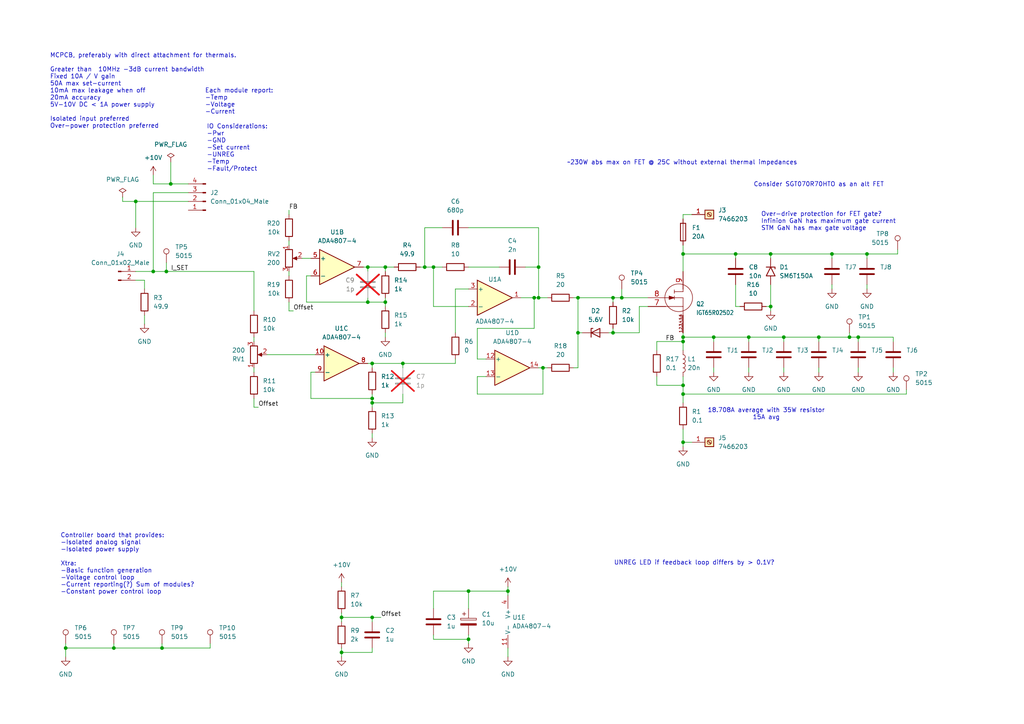
<source format=kicad_sch>
(kicad_sch (version 20250114) (generator "eeschema") (generator_version "9.0")
  (paper "A4")
  (lib_symbols
    (symbol "Amplifier_Operational:ADA4807-4" (pin_names (offset 0.127))
      (property "Reference" "U" (at 0 5.08 0))
      (property "Value" "ADA4807-4" (at 0 -5.08 0))
      (symbol "ADA4807-4_1_1"
        (pin input line (at -7.62 2.54 0) (length 2.54) (name "+") (number "3"))
        (pin input line (at -7.62 -2.54 0) (length 2.54) (name "-") (number "2"))
        (pin output line (at 7.62 0 180) (length 2.54) (name "~") (number "1"))
      )
      (symbol "ADA4807-4_2_1"
        (pin input line (at -7.62 2.54 0) (length 2.54) (name "+") (number "5"))
        (pin input line (at -7.62 -2.54 0) (length 2.54) (name "-") (number "6"))
        (pin output line (at 7.62 0 180) (length 2.54) (name "~") (number "7"))
      )
      (symbol "ADA4807-4_3_1"
        (pin input line (at -7.62 2.54 0) (length 2.54) (name "+") (number "10"))
        (pin input line (at -7.62 -2.54 0) (length 2.54) (name "-") (number "9"))
        (pin output line (at 7.62 0 180) (length 2.54) (name "~") (number "8"))
      )
      (symbol "ADA4807-4_4_1"
        (pin input line (at -7.62 2.54 0) (length 2.54) (name "+") (number "12"))
        (pin input line (at -7.62 -2.54 0) (length 2.54) (name "-") (number "13"))
        (pin output line (at 7.62 0 180) (length 2.54) (name "~") (number "14"))
      )
      (symbol "ADA4807-4_5_1"
        (pin power_in line (at -2.54 7.62 270) (length 3.81) (name "V+") (number "4"))
        (pin power_in line (at -2.54 -7.62 90) (length 3.81) (name "V-") (number "11"))
      )
    )
    (symbol "Connector:Conn_01x02_Male" (pin_names (offset 1.016) (hide yes))
      (property "Reference" "J" (at 0 2.54 0))
      (property "Value" "Conn_01x02_Male" (at 0 -5.08 0))
      (symbol "Conn_01x02_Male_1_1"
        (pin passive line (at 5.08 0 180) (length 3.81) (name "Pin_1") (number "1"))
        (pin passive line (at 5.08 -2.54 180) (length 3.81) (name "Pin_2") (number "2"))
      )
    )
    (symbol "Connector:Conn_01x04_Male" (pin_names (offset 1.016) (hide yes))
      (property "Reference" "J" (at 0 5.08 0))
      (property "Value" "Conn_01x04_Male" (at 0 -7.62 0))
      (symbol "Conn_01x04_Male_1_1"
        (pin passive line (at 5.08 2.54 180) (length 3.81) (name "Pin_1") (number "1"))
        (pin passive line (at 5.08 0 180) (length 3.81) (name "Pin_2") (number "2"))
        (pin passive line (at 5.08 -2.54 180) (length 3.81) (name "Pin_3") (number "3"))
        (pin passive line (at 5.08 -5.08 180) (length 3.81) (name "Pin_4") (number "4"))
      )
    )
    (symbol "Connector:Screw_Terminal_01x01" (pin_names (offset 1.016) (hide yes))
      (property "Reference" "J" (at 0 2.54 0))
      (property "Value" "Screw_Terminal_01x01" (at 0 -2.54 0))
      (symbol "Screw_Terminal_01x01_1_1"
        (pin passive line (at -5.08 0 0) (length 3.81) (name "Pin_1") (number "1"))
      )
    )
    (symbol "Connector:TestPoint" (pin_numbers (hide yes)) (pin_names (offset 0.762) (hide yes))
      (property "Reference" "TP" (at 0 6.858 0))
      (property "Value" "TestPoint" (at 0 5.08 0))
      (symbol "TestPoint_1_1"
        (pin passive line (at 0 0 90) (length 2.54) (name "1") (number "1"))
      )
    )
    (symbol "Device:C" (pin_numbers (hide yes)) (pin_names (offset 0.254))
      (property "Reference" "C" (at 0.635 2.54 0))
      (property "Value" "C" (at 0.635 -2.54 0))
      (symbol "C_1_1"
        (pin passive line (at 0 3.81 270) (length 2.794) (name "~") (number "1"))
        (pin passive line (at 0 -3.81 90) (length 2.794) (name "~") (number "2"))
      )
    )
    (symbol "Device:C_Polarized" (pin_numbers (hide yes)) (pin_names (offset 0.254))
      (property "Reference" "C" (at 0.635 2.54 0))
      (property "Value" "C_Polarized" (at 0.635 -2.54 0))
      (symbol "C_Polarized_1_1"
        (pin passive line (at 0 3.81 270) (length 2.794) (name "~") (number "1"))
        (pin passive line (at 0 -3.81 90) (length 2.794) (name "~") (number "2"))
      )
    )
    (symbol "Device:D_Zener" (pin_numbers (hide yes)) (pin_names (offset 1.016) (hide yes))
      (property "Reference" "D" (at 0 2.54 0))
      (property "Value" "D_Zener" (at 0 -2.54 0))
      (symbol "D_Zener_1_1"
        (pin passive line (at -3.81 0 0) (length 2.54) (name "K") (number "1"))
        (pin passive line (at 3.81 0 180) (length 2.54) (name "A") (number "2"))
      )
    )
    (symbol "Device:Fuse" (pin_numbers (hide yes)) (pin_names (offset 0))
      (property "Reference" "F" (at 2.032 0 90))
      (property "Value" "Fuse" (at -1.905 0 90))
      (symbol "Fuse_1_1"
        (pin passive line (at 0 3.81 270) (length 1.27) (name "~") (number "1"))
        (pin passive line (at 0 -3.81 90) (length 1.27) (name "~") (number "2"))
      )
    )
    (symbol "Device:L" (pin_numbers (hide yes)) (pin_names (offset 1.016) (hide yes))
      (property "Reference" "L" (at -1.27 0 90))
      (property "Value" "L" (at 1.905 0 90))
      (symbol "L_1_1"
        (pin passive line (at 0 3.81 270) (length 1.27) (name "1") (number "1"))
        (pin passive line (at 0 -3.81 90) (length 1.27) (name "2") (number "2"))
      )
    )
    (symbol "Device:R" (pin_numbers (hide yes)) (pin_names (offset 0))
      (property "Reference" "R" (at 2.032 0 90))
      (property "Value" "R" (at 0 0 90))
      (symbol "R_1_1"
        (pin passive line (at 0 3.81 270) (length 1.27) (name "~") (number "1"))
        (pin passive line (at 0 -3.81 90) (length 1.27) (name "~") (number "2"))
      )
    )
    (symbol "Device:R_Potentiometer" (pin_names (offset 1.016) (hide yes))
      (property "Reference" "RV" (at -4.445 0 90))
      (property "Value" "R_Potentiometer" (at -2.54 0 90))
      (symbol "R_Potentiometer_1_1"
        (pin passive line (at 0 3.81 270) (length 1.27) (name "1") (number "1"))
        (pin passive line (at 0 -3.81 90) (length 1.27) (name "3") (number "3"))
        (pin passive line (at 3.81 0 180) (length 1.27) (name "2") (number "2"))
      )
    )
    (symbol "Diode:SM6T150A" (pin_numbers (hide yes)) (pin_names (offset 1.016) (hide yes))
      (property "Reference" "D" (at 0 2.54 0))
      (property "Value" "SM6T150A" (at 0 -2.54 0))
      (symbol "SM6T150A_1_1"
        (pin passive line (at -3.81 0 0) (length 2.54) (name "A1") (number "1"))
        (pin passive line (at 3.81 0 180) (length 2.54) (name "A2") (number "2"))
      )
    )
    (symbol "Project_Lib:IGT65R025D2"
      (property "Reference" "Q?" (at 12.7 -2.54 0))
      (property "Value" "IGT65R025D2" (at 12.7 -5.08 0))
      (symbol "IGT65R025D2_1_0"
        (text "1,2,3,4,5,6" (at 4.826 -12.7 900) (effects (font (size 0.762 0.6477)) (justify left bottom)))
        (pin passive line (at -5.08 -2.54 0) (length 5.08) (name "G") (number "8"))
        (pin passive line (at -5.08 -5.08 0) (length 5.08) (name "SK") (number "7"))
        (pin passive line (at 5.08 5.08 270) (length 5.08) (name "D") (number "9"))
        (pin passive line (at 5.08 -12.7 90) (length 5.08) (name "S1") (number "1"))
        (pin passive line (at 5.08 -12.7 90) (length 5.08) (name "S2") (number "2"))
        (pin passive line (at 5.08 -12.7 90) (length 5.08) (name "S3") (number "3"))
        (pin passive line (at 5.08 -12.7 90) (length 5.08) (name "S4") (number "4"))
        (pin passive line (at 5.08 -12.7 90) (length 5.08) (name "S5") (number "5"))
        (pin passive line (at 5.08 -12.7 90) (length 5.08) (name "S6") (number "6"))
      )
    )
    (symbol "power:+10V" (power) (pin_names (offset 0))
      (property "Value" "+10V" (at 0 3.556 0))
      (symbol "+10V_1_1"
        (pin power_in line (at 0 0 90) (length 0) (hide yes) (name "+10V") (number "1"))
      )
    )
    (symbol "power:GND" (power) (pin_names (offset 0))
      (property "Value" "GND" (at 0 -3.81 0))
      (symbol "GND_1_1"
        (pin power_in line (at 0 0 270) (length 0) (hide yes) (name "GND") (number "1"))
      )
    )
    (symbol "power:PWR_FLAG" (power) (pin_numbers (hide yes)) (pin_names (offset 0) (hide yes))
      (property "Value" "PWR_FLAG" (at 0 3.81 0))
      (symbol "PWR_FLAG_0_0"
        (pin power_out line (at 0 0 90) (length 0) (name "pwr") (number "1"))
      )
    )
  )
  (text "~230W abs max on FET @ 25C without external thermal impedances" (at 197.866 47.244 0) (effects (font (size 1.27 1.27))))
  (text "UNREG LED if feedback loop differs by > 0.1V?" (at 178.054 163.322 0) (effects (font (size 1.27 1.27)) (justify left)))
  (text "Over-drive protection for FET gate?\nInfinion GaN has maximum gate current\nSTM GaN has max gate voltage" (at 220.726 64.262 0) (effects (font (size 1.27 1.27)) (justify left)))
  (text "18.708A average with 35W resistor\n15A avg" (at 222.25 120.142 0) (effects (font (size 1.27 1.27))))
  (text "Consider SGT070R70HTO as an alt FET" (at 237.49 53.594 0) (effects (font (size 1.27 1.27))))
  (text "IO Considerations:\n-Pwr\n-GND\n-Set current\n-UNREG\n-Temp\n-Fault/Protect" (at 59.944 36.068 0) (effects (font (size 1.27 1.27)) (justify left top)))
  (text "MCPCB, preferably with direct attachment for thermals.\n\nGreater than  10MHz -3dB current bandwidth\nFixed 10A / V gain\n50A max set-current\n10mA max leakage when off\n20mA accuracy\n5V-10V DC < 1A power supply\n\nIsolated input preferred\nOver-power protection preferred\n" (at 14.478 26.416 0) (effects (font (size 1.27 1.27)) (justify left)))
  (text "Controller board that provides:\n-Isolated analog signal\n-Isolated power supply\n\nXtra:\n-Basic function generation\n-Voltage control loop\n-Current reporting(?) Sum of modules?\n-Constant power control loop" (at 17.526 163.576 0) (effects (font (size 1.27 1.27)) (justify left)))
  (text "Each module report:\n-Temp\n-Voltage\n-Current" (at 59.436 29.464 0) (effects (font (size 1.27 1.27)) (justify left)))
  (junction (at 198.12 73.66))
  (junction (at 106.68 77.47))
  (junction (at 111.76 87.63))
  (junction (at 99.06 179.07))
  (junction (at 246.38 97.79))
  (junction (at 156.21 77.47))
  (junction (at 198.12 97.79))
  (junction (at 177.8 96.52))
  (junction (at 207.01 97.79))
  (junction (at 251.46 73.66))
  (junction (at 111.76 77.47))
  (junction (at 198.12 114.3))
  (junction (at 147.32 171.45))
  (junction (at 223.52 73.66))
  (junction (at 180.34 86.36))
  (junction (at 156.21 86.36))
  (junction (at 123.19 77.47))
  (junction (at 44.45 78.74))
  (junction (at 217.17 97.79))
  (junction (at 39.37 58.42))
  (junction (at 107.95 105.41))
  (junction (at 116.84 105.41))
  (junction (at 154.94 86.36))
  (junction (at 107.95 116.84))
  (junction (at 135.89 185.42))
  (junction (at 167.64 86.36))
  (junction (at 19.05 187.96))
  (junction (at 107.95 179.07))
  (junction (at 48.26 78.74))
  (junction (at 223.52 88.9))
  (junction (at 157.48 106.68))
  (junction (at 49.53 53.34))
  (junction (at 227.33 97.79))
  (junction (at 33.02 187.96))
  (junction (at 241.3 73.66))
  (junction (at 198.12 99.06))
  (junction (at 198.12 128.27))
  (junction (at 106.68 87.63))
  (junction (at 107.95 115.57))
  (junction (at 213.36 73.66))
  (junction (at 125.73 77.47))
  (junction (at 198.12 111.76))
  (junction (at 237.49 97.79))
  (junction (at 248.92 97.79))
  (junction (at 177.8 86.36))
  (junction (at 167.64 96.52))
  (junction (at 135.89 171.45))
  (junction (at 46.99 187.96))
  (junction (at 99.06 189.23))
  (wire (pts (xy 198.12 128.27) (xy 198.12 129.54)))
  (wire (pts (xy 198.12 99.06) (xy 198.12 101.6)))
  (wire (pts (xy 135.89 186.69) (xy 135.89 185.42)))
  (wire (pts (xy 135.89 171.45) (xy 147.32 171.45)))
  (wire (pts (xy 190.5 111.76) (xy 198.12 111.76)))
  (wire (pts (xy 147.32 170.18) (xy 147.32 171.45)))
  (wire (pts (xy 217.17 97.79) (xy 217.17 99.06)))
  (wire (pts (xy 241.3 73.66) (xy 241.3 74.93)))
  (wire (pts (xy 207.01 97.79) (xy 217.17 97.79)))
  (wire (pts (xy 185.42 88.9) (xy 187.96 88.9)))
  (wire (pts (xy 198.12 96.52) (xy 198.12 97.79)))
  (wire (pts (xy 135.89 66.04) (xy 156.21 66.04)))
  (wire (pts (xy 90.17 115.57) (xy 107.95 115.57)))
  (wire (pts (xy 241.3 82.55) (xy 241.3 83.82)))
  (wire (pts (xy 214.63 88.9) (xy 213.36 88.9)))
  (wire (pts (xy 111.76 96.52) (xy 111.76 97.79)))
  (wire (pts (xy 167.64 86.36) (xy 177.8 86.36)))
  (wire (pts (xy 237.49 106.68) (xy 237.49 107.95)))
  (wire (pts (xy 88.9 80.01) (xy 90.17 80.01)))
  (wire (pts (xy 157.48 114.3) (xy 157.48 106.68)))
  (wire (pts (xy 156.21 77.47) (xy 156.21 86.36)))
  (wire (pts (xy 154.94 95.25) (xy 154.94 86.36)))
  (wire (pts (xy 83.82 87.63) (xy 83.82 90.17)))
  (wire (pts (xy 99.06 189.23) (xy 107.95 189.23)))
  (wire (pts (xy 260.35 73.66) (xy 260.35 72.39)))
  (wire (pts (xy 185.42 96.52) (xy 185.42 88.9)))
  (wire (pts (xy 180.34 86.36) (xy 187.96 86.36)))
  (wire (pts (xy 73.66 97.79) (xy 73.66 99.06)))
  (wire (pts (xy 246.38 97.79) (xy 246.38 96.52)))
  (wire (pts (xy 107.95 105.41) (xy 107.95 106.68)))
  (wire (pts (xy 241.3 73.66) (xy 251.46 73.66)))
  (wire (pts (xy 41.91 81.28) (xy 39.37 81.28)))
  (wire (pts (xy 167.64 96.52) (xy 168.91 96.52)))
  (wire (pts (xy 147.32 187.96) (xy 147.32 190.5)))
  (wire (pts (xy 259.08 106.68) (xy 259.08 107.95)))
  (wire (pts (xy 107.95 179.07) (xy 110.49 179.07)))
  (wire (pts (xy 248.92 97.79) (xy 246.38 97.79)))
  (wire (pts (xy 251.46 73.66) (xy 251.46 74.93)))
  (wire (pts (xy 132.08 83.82) (xy 135.89 83.82)))
  (wire (pts (xy 99.06 179.07) (xy 99.06 180.34)))
  (wire (pts (xy 83.82 90.17) (xy 85.09 90.17)))
  (wire (pts (xy 198.12 73.66) (xy 198.12 78.74)))
  (wire (pts (xy 237.49 97.79) (xy 246.38 97.79)))
  (wire (pts (xy 39.37 78.74) (xy 44.45 78.74)))
  (wire (pts (xy 180.34 83.82) (xy 180.34 86.36)))
  (wire (pts (xy 106.68 86.36) (xy 106.68 87.63)))
  (wire (pts (xy 152.4 77.47) (xy 156.21 77.47)))
  (wire (pts (xy 135.89 185.42) (xy 135.89 184.15)))
  (wire (pts (xy 223.52 73.66) (xy 241.3 73.66)))
  (wire (pts (xy 49.53 53.34) (xy 44.45 53.34)))
  (wire (pts (xy 198.12 97.79) (xy 198.12 99.06)))
  (wire (pts (xy 198.12 71.12) (xy 198.12 73.66)))
  (wire (pts (xy 123.19 77.47) (xy 125.73 77.47)))
  (wire (pts (xy 83.82 60.96) (xy 83.82 62.23)))
  (wire (pts (xy 177.8 95.25) (xy 177.8 96.52)))
  (wire (pts (xy 107.95 114.3) (xy 107.95 115.57)))
  (wire (pts (xy 198.12 109.22) (xy 198.12 111.76)))
  (wire (pts (xy 125.73 185.42) (xy 135.89 185.42)))
  (wire (pts (xy 198.12 114.3) (xy 262.89 114.3)))
  (wire (pts (xy 90.17 115.57) (xy 90.17 107.95)))
  (wire (pts (xy 107.95 115.57) (xy 107.95 116.84)))
  (wire (pts (xy 154.94 86.36) (xy 156.21 86.36)))
  (wire (pts (xy 125.73 77.47) (xy 125.73 88.9)))
  (wire (pts (xy 140.97 109.22) (xy 138.43 109.22)))
  (wire (pts (xy 54.61 53.34) (xy 49.53 53.34)))
  (wire (pts (xy 135.89 176.53) (xy 135.89 171.45)))
  (wire (pts (xy 46.99 187.96) (xy 46.99 186.69)))
  (wire (pts (xy 116.84 105.41) (xy 132.08 105.41)))
  (wire (pts (xy 111.76 87.63) (xy 106.68 87.63)))
  (wire (pts (xy 144.78 77.47) (xy 135.89 77.47)))
  (wire (pts (xy 251.46 73.66) (xy 260.35 73.66)))
  (wire (pts (xy 87.63 74.93) (xy 90.17 74.93)))
  (wire (pts (xy 166.37 86.36) (xy 167.64 86.36)))
  (wire (pts (xy 83.82 69.85) (xy 83.82 71.12)))
  (wire (pts (xy 156.21 66.04) (xy 156.21 77.47)))
  (wire (pts (xy 121.92 77.47) (xy 123.19 77.47)))
  (wire (pts (xy 207.01 97.79) (xy 207.01 99.06)))
  (wire (pts (xy 46.99 187.96) (xy 60.96 187.96)))
  (wire (pts (xy 248.92 107.95) (xy 248.92 106.68)))
  (wire (pts (xy 125.73 88.9) (xy 135.89 88.9)))
  (wire (pts (xy 259.08 97.79) (xy 259.08 99.06)))
  (wire (pts (xy 223.52 74.93) (xy 223.52 73.66)))
  (wire (pts (xy 217.17 97.79) (xy 227.33 97.79)))
  (wire (pts (xy 99.06 189.23) (xy 99.06 190.5)))
  (wire (pts (xy 106.68 77.47) (xy 106.68 78.74)))
  (wire (pts (xy 198.12 97.79) (xy 207.01 97.79)))
  (wire (pts (xy 111.76 86.36) (xy 111.76 87.63)))
  (wire (pts (xy 19.05 186.69) (xy 19.05 187.96)))
  (wire (pts (xy 105.41 77.47) (xy 106.68 77.47)))
  (wire (pts (xy 223.52 88.9) (xy 223.52 82.55)))
  (wire (pts (xy 41.91 83.82) (xy 41.91 81.28)))
  (wire (pts (xy 111.76 78.74) (xy 111.76 77.47)))
  (wire (pts (xy 125.73 77.47) (xy 128.27 77.47)))
  (wire (pts (xy 223.52 88.9) (xy 222.25 88.9)))
  (wire (pts (xy 88.9 87.63) (xy 88.9 80.01)))
  (wire (pts (xy 248.92 99.06) (xy 248.92 97.79)))
  (wire (pts (xy 151.13 86.36) (xy 154.94 86.36)))
  (wire (pts (xy 44.45 78.74) (xy 44.45 55.88)))
  (wire (pts (xy 251.46 82.55) (xy 251.46 83.82)))
  (wire (pts (xy 99.06 187.96) (xy 99.06 189.23)))
  (wire (pts (xy 227.33 97.79) (xy 237.49 97.79)))
  (wire (pts (xy 77.47 102.87) (xy 91.44 102.87)))
  (wire (pts (xy 39.37 58.42) (xy 39.37 66.04)))
  (wire (pts (xy 223.52 90.17) (xy 223.52 88.9)))
  (wire (pts (xy 73.66 106.68) (xy 73.66 107.95)))
  (wire (pts (xy 33.02 187.96) (xy 46.99 187.96)))
  (wire (pts (xy 138.43 109.22) (xy 138.43 114.3)))
  (wire (pts (xy 156.21 106.68) (xy 157.48 106.68)))
  (wire (pts (xy 140.97 104.14) (xy 138.43 104.14)))
  (wire (pts (xy 213.36 73.66) (xy 223.52 73.66)))
  (wire (pts (xy 167.64 96.52) (xy 167.64 106.68)))
  (wire (pts (xy 176.53 96.52) (xy 177.8 96.52)))
  (wire (pts (xy 74.93 118.11) (xy 73.66 118.11)))
  (wire (pts (xy 60.96 187.96) (xy 60.96 186.69)))
  (wire (pts (xy 90.17 107.95) (xy 91.44 107.95)))
  (wire (pts (xy 138.43 114.3) (xy 157.48 114.3)))
  (wire (pts (xy 35.56 58.42) (xy 39.37 58.42)))
  (wire (pts (xy 125.73 171.45) (xy 125.73 176.53)))
  (wire (pts (xy 116.84 116.84) (xy 107.95 116.84)))
  (wire (pts (xy 213.36 74.93) (xy 213.36 73.66)))
  (wire (pts (xy 116.84 114.3) (xy 116.84 116.84)))
  (wire (pts (xy 19.05 187.96) (xy 33.02 187.96)))
  (wire (pts (xy 111.76 87.63) (xy 111.76 88.9)))
  (wire (pts (xy 213.36 73.66) (xy 198.12 73.66)))
  (wire (pts (xy 167.64 86.36) (xy 167.64 96.52)))
  (wire (pts (xy 227.33 106.68) (xy 227.33 107.95)))
  (wire (pts (xy 132.08 105.41) (xy 132.08 104.14)))
  (wire (pts (xy 73.66 78.74) (xy 73.66 90.17)))
  (wire (pts (xy 107.95 116.84) (xy 107.95 118.11)))
  (wire (pts (xy 33.02 187.96) (xy 33.02 186.69)))
  (wire (pts (xy 54.61 58.42) (xy 39.37 58.42)))
  (wire (pts (xy 147.32 171.45) (xy 147.32 172.72)))
  (wire (pts (xy 106.68 77.47) (xy 111.76 77.47)))
  (wire (pts (xy 190.5 99.06) (xy 198.12 99.06)))
  (wire (pts (xy 107.95 105.41) (xy 116.84 105.41)))
  (wire (pts (xy 123.19 66.04) (xy 123.19 77.47)))
  (wire (pts (xy 132.08 96.52) (xy 132.08 83.82)))
  (wire (pts (xy 190.5 111.76) (xy 190.5 109.22)))
  (wire (pts (xy 107.95 180.34) (xy 107.95 179.07)))
  (wire (pts (xy 125.73 184.15) (xy 125.73 185.42)))
  (wire (pts (xy 83.82 78.74) (xy 83.82 80.01)))
  (wire (pts (xy 99.06 168.91) (xy 99.06 170.18)))
  (wire (pts (xy 138.43 95.25) (xy 154.94 95.25)))
  (wire (pts (xy 177.8 86.36) (xy 180.34 86.36)))
  (wire (pts (xy 99.06 179.07) (xy 107.95 179.07)))
  (wire (pts (xy 48.26 78.74) (xy 73.66 78.74)))
  (wire (pts (xy 111.76 77.47) (xy 114.3 77.47)))
  (wire (pts (xy 73.66 118.11) (xy 73.66 115.57)))
  (wire (pts (xy 200.66 62.23) (xy 198.12 62.23)))
  (wire (pts (xy 200.66 128.27) (xy 198.12 128.27)))
  (wire (pts (xy 213.36 88.9) (xy 213.36 82.55)))
  (wire (pts (xy 106.68 87.63) (xy 88.9 87.63)))
  (wire (pts (xy 198.12 62.23) (xy 198.12 63.5)))
  (wire (pts (xy 207.01 106.68) (xy 207.01 107.95)))
  (wire (pts (xy 227.33 97.79) (xy 227.33 99.06)))
  (wire (pts (xy 107.95 189.23) (xy 107.95 187.96)))
  (wire (pts (xy 35.56 58.42) (xy 35.56 57.15)))
  (wire (pts (xy 157.48 106.68) (xy 158.75 106.68)))
  (wire (pts (xy 177.8 86.36) (xy 177.8 87.63)))
  (wire (pts (xy 116.84 105.41) (xy 116.84 106.68)))
  (wire (pts (xy 44.45 78.74) (xy 48.26 78.74)))
  (wire (pts (xy 41.91 93.98) (xy 41.91 91.44)))
  (wire (pts (xy 237.49 97.79) (xy 237.49 99.06)))
  (wire (pts (xy 49.53 46.99) (xy 49.53 53.34)))
  (wire (pts (xy 44.45 55.88) (xy 54.61 55.88)))
  (wire (pts (xy 48.26 76.2) (xy 48.26 78.74)))
  (wire (pts (xy 44.45 50.8) (xy 44.45 53.34)))
  (wire (pts (xy 107.95 125.73) (xy 107.95 127)))
  (wire (pts (xy 190.5 101.6) (xy 190.5 99.06)))
  (wire (pts (xy 248.92 97.79) (xy 259.08 97.79)))
  (wire (pts (xy 262.89 113.03) (xy 262.89 114.3)))
  (wire (pts (xy 19.05 187.96) (xy 19.05 190.5)))
  (wire (pts (xy 106.68 105.41) (xy 107.95 105.41)))
  (wire (pts (xy 99.06 177.8) (xy 99.06 179.07)))
  (wire (pts (xy 198.12 111.76) (xy 198.12 114.3)))
  (wire (pts (xy 156.21 86.36) (xy 158.75 86.36)))
  (wire (pts (xy 198.12 124.46) (xy 198.12 128.27)))
  (wire (pts (xy 128.27 66.04) (xy 123.19 66.04)))
  (wire (pts (xy 177.8 96.52) (xy 185.42 96.52)))
  (wire (pts (xy 198.12 114.3) (xy 198.12 116.84)))
  (wire (pts (xy 135.89 171.45) (xy 125.73 171.45)))
  (wire (pts (xy 138.43 104.14) (xy 138.43 95.25)))
  (wire (pts (xy 166.37 106.68) (xy 167.64 106.68)))
  (wire (pts (xy 217.17 106.68) (xy 217.17 107.95)))
  (label "Offset" (at 110.49 179.07 0))
  (label "Offset" (at 74.93 118.11 0))
  (label "FB" (at 83.82 60.96 0))
  (label "Offset" (at 85.09 90.17 0))
  (label "FB" (at 193.04 99.06 0))
  (label "I_SET" (at 49.53 78.74 0))
  (symbol (lib_id "Device:R") (at 132.08 77.47 90) (unit 1)
    (property "Reference" "R8" (at 132.08 71.12 90))
    (property "Value" "10" (at 132.08 73.66 90))
    (property "Footprint" "Resistor_SMD:R_0603_1608Metric" (effects (hide yes)))
    (property "Datasheet" "https://www.vishay.com/docs/20035/dcrcwe3.pdf" (effects (hide yes)))
    (property "Description" "Resistor" (effects (hide yes)))
    (property "PartNumber" "CRCW060310R0FKEA" (effects (hide yes)))
  )
  (symbol (lib_id "power:+10V") (at 44.45 50.8 0) (unit 1)
    (property "Reference" "#PWR02" (effects (hide yes)))
    (property "Value" "+10V" (at 44.45 45.72 0))
    (property "Description" "Power symbol creates a global label with name \"+10V\"" (effects (hide yes)))
  )
  (symbol (lib_id "Amplifier_Operational:ADA4807-4") (at 143.51 86.36 0) (unit 1)
    (property "Reference" "U1" (at 143.51 81.026 0))
    (property "Value" "ADA4807-4" (at 143.51 93.218 0))
    (property "Footprint" "Package_SO:TSSOP-14_4.4x5mm_P0.65mm" (effects (hide yes)))
    (property "Datasheet" "https://www.analog.com/media/en/technical-documentation/data-sheets/ADA4807-1_4807-2_4807-4.pdf" (effects (hide yes)))
    (property "Description" "Quad Rail-to-Rail Input/Output Amplifiers, TSSOP-14" (effects (hide yes)))
    (property "PartNumber" "ADA4807-4ARUZ-R7" (effects (hide yes)))
  )
  (symbol (lib_id "Device:Fuse") (at 198.12 67.31 0) (unit 1)
    (property "Reference" "F1" (at 200.66 66.0399 0) (effects (justify left)))
    (property "Value" "20A" (at 200.66 68.5799 0) (effects (justify left)))
    (property "Footprint" "Project_Library:FUSE_0683G9200-01" (effects (hide yes)))
    (property "Datasheet" "https://belfuse.com/media/datasheets/products/circuit-protection/ds-CP-0683G-series.pdf" (effects (hide yes)))
    (property "Description" "Fuse" (effects (hide yes)))
    (property "PartNumber" "0683G9200-01" (effects (hide yes)))
  )
  (symbol (lib_id "Device:C") (at 106.68 82.55 0) (mirror y) (unit 1) (dnp yes)
    (property "Reference" "C9" (at 102.87 81.2799 0) (effects (justify left)))
    (property "Value" "1p" (at 102.87 83.8199 0) (effects (justify left)))
    (property "Footprint" "Capacitor_SMD:C_0603_1608Metric" (effects (hide yes)))
    (property "Description" "Unpolarized capacitor" (effects (hide yes)))
  )
  (symbol (lib_id "power:GND") (at 19.05 190.5 0) (unit 1)
    (property "Reference" "#PWR016" (effects (hide yes)))
    (property "Value" "GND" (at 19.05 195.58 0))
    (property "Description" "Power symbol creates a global label with name \"GND\" , ground" (effects (hide yes)))
  )
  (symbol (lib_id "power:+10V") (at 99.06 168.91 0) (unit 1)
    (property "Reference" "#PWR017" (effects (hide yes)))
    (property "Value" "+10V" (at 99.06 163.83 0))
    (property "Description" "Power symbol creates a global label with name \"+10V\"" (effects (hide yes)))
  )
  (symbol (lib_id "Device:C") (at 251.46 78.74 0) (unit 1)
    (property "Reference" "TJ8" (at 255.27 77.4699 0) (effects (justify left)))
    (property "Value" "THJP0612ABT1" (effects (hide yes)))
    (property "Footprint" "Resistor_SMD:R_0612_1632Metric_Pad1.18x3.40mm_HandSolder" (effects (hide yes)))
    (property "Datasheet" "https://www.vishay.com/docs/60157/thjp.pdf" (effects (hide yes)))
    (property "Description" "Thermal Jumper" (effects (hide yes)))
    (property "PartNumber" "THJP0612AST1" (effects (hide yes)))
  )
  (symbol (lib_id "Device:R") (at 198.12 120.65 180) (unit 1)
    (property "Reference" "R1" (at 200.66 119.3799 0) (effects (justify right)))
    (property "Value" "0.1" (at 200.66 121.9199 0) (effects (justify right)))
    (property "Footprint" "Package_TO_SOT_SMD:TO-263-2_TabPin1" (effects (hide yes)))
    (property "Datasheet" "https://www.vishay.com/docs/51058/d2to35.pdf" (effects (hide yes)))
    (property "Description" "Resistor" (effects (hide yes)))
    (property "PartNumber" "D2TO035CR1000FTE3" (effects (hide yes)))
    (property "Alternate" "PWR263S-35-R100F" (effects (hide yes)))
  )
  (symbol (lib_id "Device:R_Potentiometer") (at 83.82 74.93 0) (unit 1)
    (property "Reference" "RV2" (at 81.28 73.6599 0) (effects (justify right)))
    (property "Value" "200" (at 81.28 76.1999 0) (effects (justify right)))
    (property "Footprint" "Potentiometer_SMD:Potentiometer_Bourns_3214W_Vertical" (effects (hide yes)))
    (property "Datasheet" "https://www.bourns.com/docs/Product-Datasheets/3214.pdf" (effects (hide yes)))
    (property "PartNumber" "3214W-1-201E" (effects (hide yes)))
  )
  (symbol (lib_id "Device:R") (at 162.56 86.36 90) (unit 1)
    (property "Reference" "R5" (at 162.56 80.01 90))
    (property "Value" "20" (at 162.56 82.55 90))
    (property "Footprint" "Resistor_SMD:R_0603_1608Metric" (effects (hide yes)))
    (property "Datasheet" "https://www.vishay.com/docs/20035/dcrcwe3.pdf" (effects (hide yes)))
    (property "Description" "Resistor" (effects (hide yes)))
    (property "PartNumber" "CRCW060320R0FKEA" (effects (hide yes)))
  )
  (symbol (lib_id "Device:C") (at 132.08 66.04 90) (unit 1)
    (property "Reference" "C6" (at 132.08 58.42 90))
    (property "Value" "680p" (at 132.08 60.96 90))
    (property "Footprint" "Capacitor_SMD:C_0603_1608Metric" (effects (hide yes)))
    (property "Datasheet" "https://www.yageogroup.com/content/datasheet/asset/file/KEM_C1003_C0G_SMD" (effects (hide yes)))
    (property "Description" "Unpolarized capacitor" (effects (hide yes)))
    (property "PartNumber" "C0603C681F5GACTU" (effects (hide yes)))
  )
  (symbol (lib_id "Connector:TestPoint") (at 180.34 83.82 0) (unit 1)
    (property "Reference" "TP4" (at 182.88 79.2479 0) (effects (justify left)))
    (property "Value" "5015" (at 182.88 81.7879 0) (effects (justify left)))
    (property "Footprint" "TestPoint:TestPoint_Keystone_5015_Micro_Mini" (effects (hide yes)))
    (property "Datasheet" "https://www.keyelco.com/userAssets/file/M65p55.pdf" (effects (hide yes)))
    (property "Description" "test point" (effects (hide yes)))
    (property "PartNumber" "5015" (effects (hide yes)))
  )
  (symbol (lib_id "power:PWR_FLAG") (at 49.53 46.99 0) (unit 1)
    (property "Reference" "#FLG01" (effects (hide yes)))
    (property "Value" "PWR_FLAG" (at 49.53 41.91 0))
    (property "Description" "Special symbol for telling ERC where power comes from" (effects (hide yes)))
  )
  (symbol (lib_id "power:GND") (at 227.33 107.95 0) (unit 1)
    (property "Reference" "#PWR014" (effects (hide yes)))
    (property "Value" "GND" (at 227.33 113.03 0))
    (property "Description" "Power symbol creates a global label with name \"GND\" , ground" (effects (hide yes)))
  )
  (symbol (lib_id "Device:R") (at 132.08 100.33 0) (unit 1)
    (property "Reference" "R6" (at 134.62 99.0599 0) (effects (justify left)))
    (property "Value" "0" (at 134.62 101.5999 0) (effects (justify left)))
    (property "Footprint" "Resistor_SMD:R_0603_1608Metric" (effects (hide yes)))
    (property "Datasheet" "https://www.vishay.com/docs/20035/dcrcwe3.pdf" (effects (hide yes)))
    (property "Description" "Resistor" (effects (hide yes)))
    (property "PartNumber" "CRCW06030000Z0EA" (effects (hide yes)))
  )
  (symbol (lib_id "Amplifier_Operational:ADA4807-4") (at 149.86 180.34 0) (unit 5)
    (property "Reference" "U1" (at 148.59 179.0699 0) (effects (justify left)))
    (property "Value" "ADA4807-4" (at 148.59 181.6099 0) (effects (justify left)))
    (property "Footprint" "Package_SO:TSSOP-14_4.4x5mm_P0.65mm" (effects (hide yes)))
    (property "Datasheet" "https://www.analog.com/media/en/technical-documentation/data-sheets/ADA4807-1_4807-2_4807-4.pdf" (effects (hide yes)))
    (property "Description" "Quad Rail-to-Rail Input/Output Amplifiers, TSSOP-14" (effects (hide yes)))
    (property "PartNumber" "ADA4807-4ARUZ-R7" (effects (hide yes)))
  )
  (symbol (lib_id "Device:C") (at 217.17 102.87 0) (unit 1)
    (property "Reference" "TJ2" (at 220.98 101.5999 0) (effects (justify left)))
    (property "Value" "THJP0612ABT1" (effects (hide yes)))
    (property "Footprint" "Resistor_SMD:R_0612_1632Metric_Pad1.18x3.40mm_HandSolder" (effects (hide yes)))
    (property "Datasheet" "https://www.vishay.com/docs/60157/thjp.pdf" (effects (hide yes)))
    (property "Description" "Thermal Jumper" (effects (hide yes)))
    (property "PartNumber" "THJP0612AST1" (effects (hide yes)))
  )
  (symbol (lib_id "Device:R") (at 99.06 173.99 0) (unit 1)
    (property "Reference" "R7" (at 101.6 172.7199 0) (effects (justify left)))
    (property "Value" "10k" (at 101.6 175.2599 0) (effects (justify left)))
    (property "Footprint" "Resistor_SMD:R_0603_1608Metric" (effects (hide yes)))
    (property "Datasheet" "https://www.vishay.com/docs/20035/dcrcwe3.pdf" (effects (hide yes)))
    (property "Description" "Resistor" (effects (hide yes)))
    (property "PartNumber" "CRCW060310K0FKEA" (effects (hide yes)))
  )
  (symbol (lib_id "Connector:Screw_Terminal_01x01") (at 205.74 62.23 0) (unit 1)
    (property "Reference" "J3" (at 208.28 60.9599 0) (effects (justify left)))
    (property "Value" "7466203" (at 208.28 63.4999 0) (effects (justify left)))
    (property "Footprint" "Project_Library:WP-SMBU_7466203" (effects (hide yes)))
    (property "Datasheet" "https://www.we-online.com/components/products/datasheet/7466203.pdf" (effects (hide yes)))
    (property "Description" "Generic screw terminal, single row, 01x01, script generated (kicad-library-utils/schlib/autogen/connector/)" (effects (hide yes)))
    (property "PartNumber" "7466203" (effects (hide yes)))
  )
  (symbol (lib_id "power:GND") (at 237.49 107.95 0) (unit 1)
    (property "Reference" "#PWR015" (effects (hide yes)))
    (property "Value" "GND" (at 237.49 113.03 0))
    (property "Description" "Power symbol creates a global label with name \"GND\" , ground" (effects (hide yes)))
  )
  (symbol (lib_id "power:GND") (at 111.76 97.79 0) (unit 1)
    (property "Reference" "#PWR021" (effects (hide yes)))
    (property "Value" "GND" (at 111.76 102.87 0))
    (property "Description" "Power symbol creates a global label with name \"GND\" , ground" (effects (hide yes)))
  )
  (symbol (lib_id "Device:C") (at 248.92 102.87 0) (unit 1)
    (property "Reference" "TJ5" (at 252.73 101.5999 0) (effects (justify left)))
    (property "Value" "THJP0612ABT1" (effects (hide yes)))
    (property "Footprint" "Resistor_SMD:R_0612_1632Metric_Pad1.18x3.40mm_HandSolder" (effects (hide yes)))
    (property "Datasheet" "https://www.vishay.com/docs/60157/thjp.pdf" (effects (hide yes)))
    (property "Description" "Thermal Jumper" (effects (hide yes)))
    (property "PartNumber" "THJP0612AST1" (effects (hide yes)))
  )
  (symbol (lib_id "Device:C") (at 227.33 102.87 0) (unit 1)
    (property "Reference" "TJ3" (at 231.14 101.5999 0) (effects (justify left)))
    (property "Value" "THJP0612ABT1" (effects (hide yes)))
    (property "Footprint" "Resistor_SMD:R_0612_1632Metric_Pad1.18x3.40mm_HandSolder" (effects (hide yes)))
    (property "Datasheet" "https://www.vishay.com/docs/60157/thjp.pdf" (effects (hide yes)))
    (property "Description" "Thermal Jumper" (effects (hide yes)))
    (property "PartNumber" "THJP0612AST1" (effects (hide yes)))
  )
  (symbol (lib_id "Connector:TestPoint") (at 60.96 186.69 0) (unit 1)
    (property "Reference" "TP10" (at 63.5 182.1179 0) (effects (justify left)))
    (property "Value" "5015" (at 63.5 184.6579 0) (effects (justify left)))
    (property "Footprint" "TestPoint:TestPoint_Keystone_5015_Micro_Mini" (effects (hide yes)))
    (property "Datasheet" "https://www.keyelco.com/userAssets/file/M65p55.pdf" (effects (hide yes)))
    (property "Description" "test point" (effects (hide yes)))
    (property "PartNumber" "5015" (effects (hide yes)))
  )
  (symbol (lib_id "Device:L") (at 198.12 105.41 0) (unit 1)
    (property "Reference" "L1" (at 199.39 104.1399 0) (effects (justify left)))
    (property "Value" "20n" (at 199.39 106.6799 0) (effects (justify left)))
    (property "Footprint" "Project_Library:WE-ACHC_7449150023" (effects (hide yes)))
    (property "Datasheet" "https://www.we-online.com/components/products/datasheet/7449150023.pdf" (effects (hide yes)))
    (property "Description" "Inductor" (effects (hide yes)))
    (property "PartNumber" "7449152022" (effects (hide yes)))
  )
  (symbol (lib_id "Connector:TestPoint") (at 260.35 72.39 0) (mirror y) (unit 1)
    (property "Reference" "TP8" (at 257.81 67.8179 0) (effects (justify left)))
    (property "Value" "5015" (at 257.81 70.3579 0) (effects (justify left)))
    (property "Footprint" "TestPoint:TestPoint_Keystone_5015_Micro_Mini" (effects (hide yes)))
    (property "Datasheet" "https://www.keyelco.com/userAssets/file/M65p55.pdf" (effects (hide yes)))
    (property "Description" "test point" (effects (hide yes)))
    (property "PartNumber" "5015" (effects (hide yes)))
  )
  (symbol (lib_id "Device:R_Potentiometer") (at 73.66 102.87 0) (mirror x) (unit 1)
    (property "Reference" "RV1" (at 71.12 104.1401 0) (effects (justify right)))
    (property "Value" "200" (at 71.12 101.6001 0) (effects (justify right)))
    (property "Footprint" "Potentiometer_SMD:Potentiometer_Bourns_3214W_Vertical" (effects (hide yes)))
    (property "Datasheet" "https://www.bourns.com/docs/Product-Datasheets/3214.pdf" (effects (hide yes)))
    (property "PartNumber" "3214W-1-201E" (effects (hide yes)))
  )
  (symbol (lib_id "power:GND") (at 147.32 190.5 0) (unit 1)
    (property "Reference" "#PWR09" (effects (hide yes)))
    (property "Value" "GND" (at 147.32 195.58 0))
    (property "Description" "Power symbol creates a global label with name \"GND\" , ground" (effects (hide yes)))
  )
  (symbol (lib_id "Amplifier_Operational:ADA4807-4") (at 97.79 77.47 0) (unit 2)
    (property "Reference" "U1" (at 97.79 67.31 0))
    (property "Value" "ADA4807-4" (at 97.79 69.85 0))
    (property "Footprint" "Package_SO:TSSOP-14_4.4x5mm_P0.65mm" (effects (hide yes)))
    (property "Datasheet" "https://www.analog.com/media/en/technical-documentation/data-sheets/ADA4807-1_4807-2_4807-4.pdf" (effects (hide yes)))
    (property "Description" "Quad Rail-to-Rail Input/Output Amplifiers, TSSOP-14" (effects (hide yes)))
    (property "PartNumber" "ADA4807-4ARUZ-R7" (effects (hide yes)))
  )
  (symbol (lib_id "Device:R") (at 41.91 87.63 0) (unit 1)
    (property "Reference" "R3" (at 44.45 86.3599 0) (effects (justify left)))
    (property "Value" "49.9" (at 44.45 88.8999 0) (effects (justify left)))
    (property "Footprint" "Resistor_SMD:R_0603_1608Metric" (effects (hide yes)))
    (property "Datasheet" "https://www.vishay.com/docs/20035/dcrcwe3.pdf" (effects (hide yes)))
    (property "Description" "Resistor" (effects (hide yes)))
    (property "PartNumber" "CRCW060349R9FKEA" (effects (hide yes)))
  )
  (symbol (lib_id "Device:R") (at 73.66 93.98 0) (unit 1)
    (property "Reference" "R10" (at 76.2 92.7099 0) (effects (justify left)))
    (property "Value" "10k" (at 76.2 95.2499 0) (effects (justify left)))
    (property "Footprint" "Resistor_SMD:R_0603_1608Metric" (effects (hide yes)))
    (property "Datasheet" "https://www.vishay.com/docs/20035/dcrcwe3.pdf" (effects (hide yes)))
    (property "Description" "Resistor" (effects (hide yes)))
    (property "PartNumber" "CRCW060310K0FKEA" (effects (hide yes)))
  )
  (symbol (lib_id "Device:R") (at 107.95 121.92 0) (unit 1)
    (property "Reference" "R13" (at 110.49 120.6499 0) (effects (justify left)))
    (property "Value" "1k" (at 110.49 123.1899 0) (effects (justify left)))
    (property "Footprint" "Resistor_SMD:R_0603_1608Metric" (effects (hide yes)))
    (property "Datasheet" "https://www.vishay.com/docs/20035/dcrcwe3.pdf" (effects (hide yes)))
    (property "Description" "Resistor" (effects (hide yes)))
    (property "PartNumber" "CRCW06031K00FKEA" (effects (hide yes)))
  )
  (symbol (lib_id "Device:C") (at 148.59 77.47 90) (unit 1)
    (property "Reference" "C4" (at 148.59 69.85 90))
    (property "Value" "2n" (at 148.59 72.39 90))
    (property "Footprint" "Capacitor_SMD:C_0603_1608Metric" (effects (hide yes)))
    (property "Datasheet" "https://www.yageogroup.com/content/datasheet/asset/file/KEM_C1003_C0G_SMD" (effects (hide yes)))
    (property "Description" "Unpolarized capacitor" (effects (hide yes)))
    (property "PartNumber" "C0603C202J5GACTU" (effects (hide yes)))
  )
  (symbol (lib_id "Amplifier_Operational:ADA4807-4") (at 99.06 105.41 0) (unit 3)
    (property "Reference" "U1" (at 99.06 95.25 0))
    (property "Value" "ADA4807-4" (at 99.06 97.79 0))
    (property "Footprint" "Package_SO:TSSOP-14_4.4x5mm_P0.65mm" (effects (hide yes)))
    (property "Datasheet" "https://www.analog.com/media/en/technical-documentation/data-sheets/ADA4807-1_4807-2_4807-4.pdf" (effects (hide yes)))
    (property "Description" "Quad Rail-to-Rail Input/Output Amplifiers, TSSOP-14" (effects (hide yes)))
    (property "PartNumber" "ADA4807-4ARUZ-R7" (effects (hide yes)))
  )
  (symbol (lib_id "Device:R") (at 111.76 92.71 0) (unit 1)
    (property "Reference" "R15" (at 114.3 91.4399 0) (effects (justify left)))
    (property "Value" "1k" (at 114.3 93.9799 0) (effects (justify left)))
    (property "Footprint" "Resistor_SMD:R_0603_1608Metric" (effects (hide yes)))
    (property "Datasheet" "https://www.vishay.com/docs/20035/dcrcwe3.pdf" (effects (hide yes)))
    (property "Description" "Resistor" (effects (hide yes)))
    (property "PartNumber" "CRCW06031K00FKEA" (effects (hide yes)))
  )
  (symbol (lib_id "Project_Lib:IGT65R025D2") (at 193.04 83.82 0) (unit 1)
    (property "Reference" "Q2" (at 201.93 88.1618 0) (effects (font (size 1.27 1.0795)) (justify left)))
    (property "Value" "IGT65R025D2" (at 201.93 90.7018 0) (effects (font (size 1.27 1.0795)) (justify left)))
    (property "Footprint" "Project_Library:IFX-PG-HSOF-8-12-V" (effects (hide yes)))
    (property "Datasheet" "https://www.infineon.com/dgdl/Infineon-IGT65R025D2-DataSheet-v01_00-EN.pdf?fileId=8ac78c8c8eeb092c018f0a57bd2f0307" (effects (hide yes)))
    (property "Description" "Field-Effect Transistor (FET), N-Channel, Enhancement, Pin 1-6 Source, Pin 7 Sense kelvin, Pin 8 Gate, Pin 9 Drain, 9pins" (effects (hide yes)))
    (property "PartNumber" "IGT65R025D2ATMA1" (effects (hide yes)))
  )
  (symbol (lib_id "Device:C_Polarized") (at 135.89 180.34 0) (unit 1)
    (property "Reference" "C1" (at 139.7 178.1809 0) (effects (justify left)))
    (property "Value" "10u" (at 139.7 180.7209 0) (effects (justify left)))
    (property "Footprint" "Capacitor_SMD:C_1206_3216Metric" (effects (hide yes)))
    (property "Datasheet" "https://www.yageogroup.com/content/datasheet/asset/file/KEM_T2005_T491" (effects (hide yes)))
    (property "Description" "Polarized capacitor" (effects (hide yes)))
    (property "PartNumber" "T491A106M016AT" (effects (hide yes)))
  )
  (symbol (lib_id "power:GND") (at 135.89 186.69 0) (unit 1)
    (property "Reference" "#PWR04" (effects (hide yes)))
    (property "Value" "GND" (at 135.89 191.77 0))
    (property "Description" "Power symbol creates a global label with name \"GND\" , ground" (effects (hide yes)))
  )
  (symbol (lib_id "Device:C") (at 107.95 184.15 0) (unit 1)
    (property "Reference" "C2" (at 111.76 182.8799 0) (effects (justify left)))
    (property "Value" "1u" (at 111.76 185.4199 0) (effects (justify left)))
    (property "Footprint" "Capacitor_SMD:C_0603_1608Metric" (effects (hide yes)))
    (property "Datasheet" "https://www.yageogroup.com/content/datasheet/asset/file/KEM_C1002_X7R_SMD" (effects (hide yes)))
    (property "Description" "Unpolarized capacitor" (effects (hide yes)))
    (property "PartNumber" "C0603C105K4RACTU" (effects (hide yes)))
  )
  (symbol (lib_id "Connector:TestPoint") (at 46.99 186.69 0) (unit 1)
    (property "Reference" "TP9" (at 49.53 182.1179 0) (effects (justify left)))
    (property "Value" "5015" (at 49.53 184.6579 0) (effects (justify left)))
    (property "Footprint" "TestPoint:TestPoint_Keystone_5015_Micro_Mini" (effects (hide yes)))
    (property "Datasheet" "https://www.keyelco.com/userAssets/file/M65p55.pdf" (effects (hide yes)))
    (property "Description" "test point" (effects (hide yes)))
    (property "PartNumber" "5015" (effects (hide yes)))
  )
  (symbol (lib_id "Device:R") (at 83.82 66.04 0) (mirror y) (unit 1)
    (property "Reference" "R20" (at 81.28 64.7699 0) (effects (justify left)))
    (property "Value" "10k" (at 81.28 67.3099 0) (effects (justify left)))
    (property "Footprint" "Resistor_SMD:R_0603_1608Metric" (effects (hide yes)))
    (property "Datasheet" "https://www.vishay.com/docs/20035/dcrcwe3.pdf" (effects (hide yes)))
    (property "Description" "Resistor" (effects (hide yes)))
    (property "PartNumber" "CRCW060310K0FKEA" (effects (hide yes)))
  )
  (symbol (lib_id "power:+10V") (at 147.32 170.18 0) (unit 1)
    (property "Reference" "#PWR08" (effects (hide yes)))
    (property "Value" "+10V" (at 147.32 165.1 0))
    (property "Description" "Power symbol creates a global label with name \"+10V\"" (effects (hide yes)))
  )
  (symbol (lib_id "Connector:Conn_01x04_Male") (at 59.69 58.42 180) (unit 1)
    (property "Reference" "J2" (at 60.96 55.8799 0) (effects (justify right)))
    (property "Value" "Conn_01x04_Male" (at 60.96 58.4199 0) (effects (justify right)))
    (property "Footprint" "Connector_PinHeader_2.54mm:PinHeader_1x04_P2.54mm_Vertical_SMD_Pin1Left" (effects (hide yes)))
    (property "Datasheet" "https://suddendocs.samtec.com/catalog_english/tsm.pdf" (effects (hide yes)))
    (property "Description" "Generic connector, single row, 01x04, script generated (kicad-library-utils/schlib/autogen/connector/)" (effects (hide yes)))
    (property "Mates with" "IDSS-04-S-08.00" (effects (hide yes)))
    (property "PartNumber" "TSM-104-01-L-SV-P-TR" (effects (hide yes)))
  )
  (symbol (lib_id "Device:C") (at 125.73 180.34 0) (unit 1)
    (property "Reference" "C3" (at 129.54 179.0699 0) (effects (justify left)))
    (property "Value" "1u" (at 129.54 181.6099 0) (effects (justify left)))
    (property "Footprint" "Capacitor_SMD:C_0603_1608Metric" (effects (hide yes)))
    (property "Datasheet" "https://www.yageogroup.com/content/datasheet/asset/file/KEM_C1002_X7R_SMD" (effects (hide yes)))
    (property "Description" "Unpolarized capacitor" (effects (hide yes)))
    (property "PartNumber" "C0603C105K4RACTU" (effects (hide yes)))
  )
  (symbol (lib_id "Device:C") (at 213.36 78.74 0) (unit 1)
    (property "Reference" "C8" (at 217.17 77.4699 0) (effects (justify left)))
    (property "Value" "10n" (at 217.17 80.0099 0) (effects (justify left)))
    (property "Footprint" "Capacitor_SMD:C_0603_1608Metric" (effects (hide yes)))
    (property "Datasheet" "https://search.kemet.com/download/specsheet/C1206X103JAGACAUTO" (effects (hide yes)))
    (property "Description" "Unpolarized capacitor" (effects (hide yes)))
    (property "PartNumber" "C1206X103JAGACAUTO" (effects (hide yes)))
  )
  (symbol (lib_id "Device:R") (at 190.5 105.41 180) (unit 1)
    (property "Reference" "R17" (at 193.04 104.1399 0) (effects (justify right)))
    (property "Value" "0.1" (at 193.04 106.6799 0) (effects (justify right)))
    (property "Footprint" "Resistor_SMD:R_0805_2012Metric" (effects (hide yes)))
    (property "Datasheet" "https://www.vishay.com/docs/20019/rcwe.pdf" (effects (hide yes)))
    (property "Description" "Resistor" (effects (hide yes)))
    (property "PartNumber" "RCWE0805R100FKEA" (effects (hide yes)))
  )
  (symbol (lib_id "power:GND") (at 217.17 107.95 0) (unit 1)
    (property "Reference" "#PWR013" (effects (hide yes)))
    (property "Value" "GND" (at 217.17 113.03 0))
    (property "Description" "Power symbol creates a global label with name \"GND\" , ground" (effects (hide yes)))
  )
  (symbol (lib_id "Connector:Conn_01x02_Male") (at 34.29 78.74 0) (unit 1)
    (property "Reference" "J4" (at 34.925 73.66 0))
    (property "Value" "Conn_01x02_Male" (at 34.925 76.2 0))
    (property "Footprint" "Connector_PinHeader_2.54mm:PinHeader_1x02_P2.54mm_Vertical_SMD_Pin1Left" (effects (hide yes)))
    (property "Datasheet" "https://suddendocs.samtec.com/catalog_english/tsm.pdf" (effects (hide yes)))
    (property "Description" "Generic connector, single row, 01x02, script generated (kicad-library-utils/schlib/autogen/connector/)" (effects (hide yes)))
    (property "Mates with" "QPC02SXGN-RC" (effects (hide yes)))
    (property "PartNumber" "TSM-102-01-L-SV-P-TR" (effects (hide yes)))
  )
  (symbol (lib_id "Device:R") (at 162.56 106.68 90) (unit 1)
    (property "Reference" "R18" (at 162.56 100.33 90))
    (property "Value" "20" (at 162.56 102.87 90))
    (property "Footprint" "Resistor_SMD:R_0603_1608Metric" (effects (hide yes)))
    (property "Datasheet" "https://www.vishay.com/docs/20035/dcrcwe3.pdf" (effects (hide yes)))
    (property "Description" "Resistor" (effects (hide yes)))
    (property "PartNumber" "CRCW060320R0FKEA" (effects (hide yes)))
  )
  (symbol (lib_id "Device:R") (at 83.82 83.82 0) (mirror y) (unit 1)
    (property "Reference" "R19" (at 81.28 82.5499 0) (effects (justify left)))
    (property "Value" "10k" (at 81.28 85.0899 0) (effects (justify left)))
    (property "Footprint" "Resistor_SMD:R_0603_1608Metric" (effects (hide yes)))
    (property "Datasheet" "https://www.vishay.com/docs/20035/dcrcwe3.pdf" (effects (hide yes)))
    (property "Description" "Resistor" (effects (hide yes)))
    (property "PartNumber" "CRCW060310K0FKEA" (effects (hide yes)))
  )
  (symbol (lib_id "Device:C") (at 241.3 78.74 0) (unit 1)
    (property "Reference" "TJ7" (at 245.11 77.4699 0) (effects (justify left)))
    (property "Value" "THJP0612ABT1" (effects (hide yes)))
    (property "Footprint" "Resistor_SMD:R_0612_1632Metric_Pad1.18x3.40mm_HandSolder" (effects (hide yes)))
    (property "Datasheet" "https://www.vishay.com/docs/60157/thjp.pdf" (effects (hide yes)))
    (property "Description" "Thermal Jumper" (effects (hide yes)))
    (property "PartNumber" "THJP0612AST1" (effects (hide yes)))
  )
  (symbol (lib_id "power:GND") (at 248.92 107.95 0) (unit 1)
    (property "Reference" "#PWR07" (effects (hide yes)))
    (property "Value" "GND" (at 248.92 113.03 0))
    (property "Description" "Power symbol creates a global label with name \"GND\" , ground" (effects (hide yes)))
  )
  (symbol (lib_id "Diode:SM6T150A") (at 223.52 78.74 270) (unit 1)
    (property "Reference" "D1" (at 226.06 77.4699 90) (effects (justify left)))
    (property "Value" "SM6T150A" (at 226.06 80.0099 90) (effects (justify left)))
    (property "Footprint" "Diode_SMD:D_SMB" (effects (hide yes)))
    (property "Datasheet" "https://www.st.com/resource/en/datasheet/sm6t.pdf" (effects (hide yes)))
    (property "Description" "600W unidirectional Transil Transient Voltage Suppressor, 150Vrwm, DO-214AA" (effects (hide yes)))
    (property "PartNumber" "SM6T150A" (effects (hide yes)))
  )
  (symbol (lib_id "power:GND") (at 251.46 83.82 0) (unit 1)
    (property "Reference" "#PWR023" (effects (hide yes)))
    (property "Value" "GND" (at 251.46 88.9 0))
    (property "Description" "Power symbol creates a global label with name \"GND\" , ground" (effects (hide yes)))
  )
  (symbol (lib_id "Connector:TestPoint") (at 33.02 186.69 0) (unit 1)
    (property "Reference" "TP7" (at 35.56 182.1179 0) (effects (justify left)))
    (property "Value" "5015" (at 35.56 184.6579 0) (effects (justify left)))
    (property "Footprint" "TestPoint:TestPoint_Keystone_5015_Micro_Mini" (effects (hide yes)))
    (property "Datasheet" "https://www.keyelco.com/userAssets/file/M65p55.pdf" (effects (hide yes)))
    (property "Description" "test point" (effects (hide yes)))
    (property "PartNumber" "5015" (effects (hide yes)))
  )
  (symbol (lib_id "power:GND") (at 259.08 107.95 0) (unit 1)
    (property "Reference" "#PWR010" (effects (hide yes)))
    (property "Value" "GND" (at 259.08 113.03 0))
    (property "Description" "Power symbol creates a global label with name \"GND\" , ground" (effects (hide yes)))
  )
  (symbol (lib_id "power:GND") (at 241.3 83.82 0) (unit 1)
    (property "Reference" "#PWR019" (effects (hide yes)))
    (property "Value" "GND" (at 241.3 88.9 0))
    (property "Description" "Power symbol creates a global label with name \"GND\" , ground" (effects (hide yes)))
  )
  (symbol (lib_id "Device:R") (at 218.44 88.9 270) (unit 1)
    (property "Reference" "R16" (at 218.44 82.55 90))
    (property "Value" "10" (at 218.44 85.09 90))
    (property "Footprint" "Resistor_SMD:R_0603_1608Metric" (effects (hide yes)))
    (property "Datasheet" "https://www.vishay.com/docs/20035/dcrcwe3.pdf" (effects (hide yes)))
    (property "Description" "Resistor" (effects (hide yes)))
    (property "PartNumber" "CRCW060310R0FKEA" (effects (hide yes)))
  )
  (symbol (lib_id "Connector:TestPoint") (at 262.89 113.03 0) (unit 1)
    (property "Reference" "TP2" (at 265.43 108.4579 0) (effects (justify left)))
    (property "Value" "5015" (at 265.43 110.9979 0) (effects (justify left)))
    (property "Footprint" "TestPoint:TestPoint_Keystone_5015_Micro_Mini" (effects (hide yes)))
    (property "Datasheet" "https://www.keyelco.com/userAssets/file/M65p55.pdf" (effects (hide yes)))
    (property "Description" "test point" (effects (hide yes)))
    (property "PartNumber" "5015" (effects (hide yes)))
  )
  (symbol (lib_id "Connector:TestPoint") (at 246.38 96.52 0) (unit 1)
    (property "Reference" "TP1" (at 248.92 91.9479 0) (effects (justify left)))
    (property "Value" "5015" (at 248.92 94.4879 0) (effects (justify left)))
    (property "Footprint" "TestPoint:TestPoint_Keystone_5015_Micro_Mini" (effects (hide yes)))
    (property "Datasheet" "https://www.keyelco.com/userAssets/file/M65p55.pdf" (effects (hide yes)))
    (property "Description" "test point" (effects (hide yes)))
    (property "PartNumber" "5015" (effects (hide yes)))
  )
  (symbol (lib_id "Connector:TestPoint") (at 48.26 76.2 0) (unit 1)
    (property "Reference" "TP5" (at 50.8 71.6279 0) (effects (justify left)))
    (property "Value" "5015" (at 50.8 74.1679 0) (effects (justify left)))
    (property "Footprint" "TestPoint:TestPoint_Keystone_5015_Micro_Mini" (effects (hide yes)))
    (property "Datasheet" "https://www.keyelco.com/userAssets/file/M65p55.pdf" (effects (hide yes)))
    (property "Description" "test point" (effects (hide yes)))
    (property "PartNumber" "5015" (effects (hide yes)))
  )
  (symbol (lib_id "Device:C") (at 116.84 110.49 0) (unit 1) (dnp yes)
    (property "Reference" "C7" (at 120.65 109.2199 0) (effects (justify left)))
    (property "Value" "1p" (at 120.65 111.7599 0) (effects (justify left)))
    (property "Footprint" "Capacitor_SMD:C_0603_1608Metric" (effects (hide yes)))
    (property "Description" "Unpolarized capacitor" (effects (hide yes)))
  )
  (symbol (lib_id "Amplifier_Operational:ADA4807-4") (at 148.59 106.68 0) (unit 4)
    (property "Reference" "U1" (at 148.59 96.52 0))
    (property "Value" "ADA4807-4" (at 148.59 99.06 0))
    (property "Footprint" "Package_SO:TSSOP-14_4.4x5mm_P0.65mm" (effects (hide yes)))
    (property "Datasheet" "https://www.analog.com/media/en/technical-documentation/data-sheets/ADA4807-1_4807-2_4807-4.pdf" (effects (hide yes)))
    (property "Description" "Quad Rail-to-Rail Input/Output Amplifiers, TSSOP-14" (effects (hide yes)))
    (property "PartNumber" "ADA4807-4ARUZ-R7" (effects (hide yes)))
  )
  (symbol (lib_id "Device:R") (at 73.66 111.76 0) (unit 1)
    (property "Reference" "R11" (at 76.2 110.4899 0) (effects (justify left)))
    (property "Value" "10k" (at 76.2 113.0299 0) (effects (justify left)))
    (property "Footprint" "Resistor_SMD:R_0603_1608Metric" (effects (hide yes)))
    (property "Datasheet" "https://www.vishay.com/docs/20035/dcrcwe3.pdf" (effects (hide yes)))
    (property "Description" "Resistor" (effects (hide yes)))
    (property "PartNumber" "CRCW060310K0FKEA" (effects (hide yes)))
  )
  (symbol (lib_id "power:GND") (at 99.06 190.5 0) (unit 1)
    (property "Reference" "#PWR011" (effects (hide yes)))
    (property "Value" "GND" (at 99.06 195.58 0))
    (property "Description" "Power symbol creates a global label with name \"GND\" , ground" (effects (hide yes)))
  )
  (symbol (lib_id "Device:C") (at 237.49 102.87 0) (unit 1)
    (property "Reference" "TJ4" (at 241.3 101.5999 0) (effects (justify left)))
    (property "Value" "THJP0612ABT1" (effects (hide yes)))
    (property "Footprint" "Resistor_SMD:R_0612_1632Metric_Pad1.18x3.40mm_HandSolder" (effects (hide yes)))
    (property "Datasheet" "https://www.vishay.com/docs/60157/thjp.pdf" (effects (hide yes)))
    (property "Description" "Thermal Jumper" (effects (hide yes)))
    (property "PartNumber" "THJP0612AST1" (effects (hide yes)))
  )
  (symbol (lib_id "Device:R") (at 118.11 77.47 90) (unit 1)
    (property "Reference" "R4" (at 118.11 71.12 90))
    (property "Value" "49.9" (at 118.11 73.66 90))
    (property "Footprint" "Resistor_SMD:R_0603_1608Metric" (effects (hide yes)))
    (property "Datasheet" "https://www.vishay.com/docs/20035/dcrcwe3.pdf" (effects (hide yes)))
    (property "Description" "Resistor" (effects (hide yes)))
    (property "PartNumber" "CRCW060349R9FKEA" (effects (hide yes)))
  )
  (symbol (lib_id "power:GND") (at 107.95 127 0) (unit 1)
    (property "Reference" "#PWR020" (effects (hide yes)))
    (property "Value" "GND" (at 107.95 132.08 0))
    (property "Description" "Power symbol creates a global label with name \"GND\" , ground" (effects (hide yes)))
  )
  (symbol (lib_id "power:GND") (at 198.12 129.54 0) (unit 1)
    (property "Reference" "#PWR05" (effects (hide yes)))
    (property "Value" "GND" (at 198.12 134.62 0))
    (property "Description" "Power symbol creates a global label with name \"GND\" , ground" (effects (hide yes)))
  )
  (symbol (lib_id "Device:R") (at 107.95 110.49 0) (unit 1)
    (property "Reference" "R12" (at 110.49 109.2199 0) (effects (justify left)))
    (property "Value" "1k" (at 110.49 111.7599 0) (effects (justify left)))
    (property "Footprint" "Resistor_SMD:R_0603_1608Metric" (effects (hide yes)))
    (property "Datasheet" "https://www.vishay.com/docs/20035/dcrcwe3.pdf" (effects (hide yes)))
    (property "Description" "Resistor" (effects (hide yes)))
    (property "PartNumber" "CRCW06031K00FKEA" (effects (hide yes)))
  )
  (symbol (lib_id "power:PWR_FLAG") (at 35.56 57.15 0) (unit 1)
    (property "Reference" "#FLG02" (effects (hide yes)))
    (property "Value" "PWR_FLAG" (at 35.56 52.07 0))
    (property "Description" "Special symbol for telling ERC where power comes from" (effects (hide yes)))
  )
  (symbol (lib_id "power:GND") (at 207.01 107.95 0) (unit 1)
    (property "Reference" "#PWR012" (effects (hide yes)))
    (property "Value" "GND" (at 207.01 113.03 0))
    (property "Description" "Power symbol creates a global label with name \"GND\" , ground" (effects (hide yes)))
  )
  (symbol (lib_id "Device:C") (at 259.08 102.87 0) (unit 1)
    (property "Reference" "TJ6" (at 262.89 101.5999 0) (effects (justify left)))
    (property "Value" "THJP0612ABT1" (effects (hide yes)))
    (property "Footprint" "Resistor_SMD:R_0612_1632Metric_Pad1.18x3.40mm_HandSolder" (effects (hide yes)))
    (property "Datasheet" "https://www.vishay.com/docs/60157/thjp.pdf" (effects (hide yes)))
    (property "Description" "Thermal Jumper" (effects (hide yes)))
    (property "PartNumber" "THJP0612AST1" (effects (hide yes)))
  )
  (symbol (lib_id "power:GND") (at 39.37 66.04 0) (unit 1)
    (property "Reference" "#PWR06" (effects (hide yes)))
    (property "Value" "GND" (at 39.37 71.12 0))
    (property "Description" "Power symbol creates a global label with name \"GND\" , ground" (effects (hide yes)))
  )
  (symbol (lib_id "Connector:TestPoint") (at 19.05 186.69 0) (unit 1)
    (property "Reference" "TP6" (at 21.59 182.1179 0) (effects (justify left)))
    (property "Value" "5015" (at 21.59 184.6579 0) (effects (justify left)))
    (property "Footprint" "TestPoint:TestPoint_Keystone_5015_Micro_Mini" (effects (hide yes)))
    (property "Datasheet" "https://www.keyelco.com/userAssets/file/M65p55.pdf" (effects (hide yes)))
    (property "Description" "test point" (effects (hide yes)))
    (property "PartNumber" "5015" (effects (hide yes)))
  )
  (symbol (lib_id "power:GND") (at 223.52 90.17 0) (unit 1)
    (property "Reference" "#PWR022" (effects (hide yes)))
    (property "Value" "GND" (at 223.52 95.25 0))
    (property "Description" "Power symbol creates a global label with name \"GND\" , ground" (effects (hide yes)))
  )
  (symbol (lib_id "Device:R") (at 177.8 91.44 0) (unit 1)
    (property "Reference" "R2" (at 180.34 90.1699 0) (effects (justify left)))
    (property "Value" "10k" (at 180.34 92.7099 0) (effects (justify left)))
    (property "Footprint" "Resistor_SMD:R_0603_1608Metric" (effects (hide yes)))
    (property "Datasheet" "https://www.vishay.com/docs/20035/dcrcwe3.pdf" (effects (hide yes)))
    (property "Description" "Resistor" (effects (hide yes)))
    (property "PartNumber" "CRCW060310K0FKEA" (effects (hide yes)))
  )
  (symbol (lib_id "Device:C") (at 207.01 102.87 0) (unit 1)
    (property "Reference" "TJ1" (at 210.82 101.5999 0) (effects (justify left)))
    (property "Value" "THJP0612ABT1" (effects (hide yes)))
    (property "Footprint" "Resistor_SMD:R_0612_1632Metric_Pad1.18x3.40mm_HandSolder" (effects (hide yes)))
    (property "Datasheet" "https://www.vishay.com/docs/60157/thjp.pdf" (effects (hide yes)))
    (property "Description" "Thermal Jumper" (effects (hide yes)))
    (property "PartNumber" "THJP0612AST1" (effects (hide yes)))
  )
  (symbol (lib_id "power:GND") (at 41.91 93.98 0) (unit 1)
    (property "Reference" "#PWR03" (effects (hide yes)))
    (property "Value" "GND" (at 41.91 99.06 0))
    (property "Description" "Power symbol creates a global label with name \"GND\" , ground" (effects (hide yes)))
  )
  (symbol (lib_id "Device:D_Zener") (at 172.72 96.52 0) (unit 1)
    (property "Reference" "D2" (at 172.72 90.17 0))
    (property "Value" "5.6V" (at 172.72 92.71 0))
    (property "Footprint" "Diode_SMD:D_SOD-323_HandSoldering" (effects (hide yes)))
    (property "Datasheet" "https://www.diodes.com/assets/Datasheets/ds31987.pdf" (effects (hide yes)))
    (property "Description" "Zener diode" (effects (hide yes)))
    (property "PartNumber" "DDZ5V6BSF-7" (effects (hide yes)))
  )
  (symbol (lib_id "Device:R") (at 99.06 184.15 0) (unit 1)
    (property "Reference" "R9" (at 101.6 182.8799 0) (effects (justify left)))
    (property "Value" "2k" (at 101.6 185.4199 0) (effects (justify left)))
    (property "Footprint" "Resistor_SMD:R_0603_1608Metric" (effects (hide yes)))
    (property "Datasheet" "https://www.vishay.com/docs/20035/dcrcwe3.pdf" (effects (hide yes)))
    (property "Description" "Resistor" (effects (hide yes)))
    (property "PartNumber" "CRCW06032K00FKEA" (effects (hide yes)))
  )
  (symbol (lib_id "Device:R") (at 111.76 82.55 0) (unit 1)
    (property "Reference" "R14" (at 114.3 81.2799 0) (effects (justify left)))
    (property "Value" "1k" (at 114.3 83.8199 0) (effects (justify left)))
    (property "Footprint" "Resistor_SMD:R_0603_1608Metric" (effects (hide yes)))
    (property "Datasheet" "https://www.vishay.com/docs/20035/dcrcwe3.pdf" (effects (hide yes)))
    (property "Description" "Resistor" (effects (hide yes)))
    (property "PartNumber" "CRCW06031K00FKEA" (effects (hide yes)))
  )
  (symbol (lib_id "Connector:Screw_Terminal_01x01") (at 205.74 128.27 0) (unit 1)
    (property "Reference" "J5" (at 208.28 126.9999 0) (effects (justify left)))
    (property "Value" "7466203" (at 208.28 129.5399 0) (effects (justify left)))
    (property "Footprint" "Project_Library:WP-SMBU_7466203" (effects (hide yes)))
    (property "Datasheet" "https://www.we-online.com/components/products/datasheet/7466203.pdf" (effects (hide yes)))
    (property "Description" "Generic screw terminal, single row, 01x01, script generated (kicad-library-utils/schlib/autogen/connector/)" (effects (hide yes)))
    (property "PartNumber" "7466203" (effects (hide yes)))
  )
)
</source>
